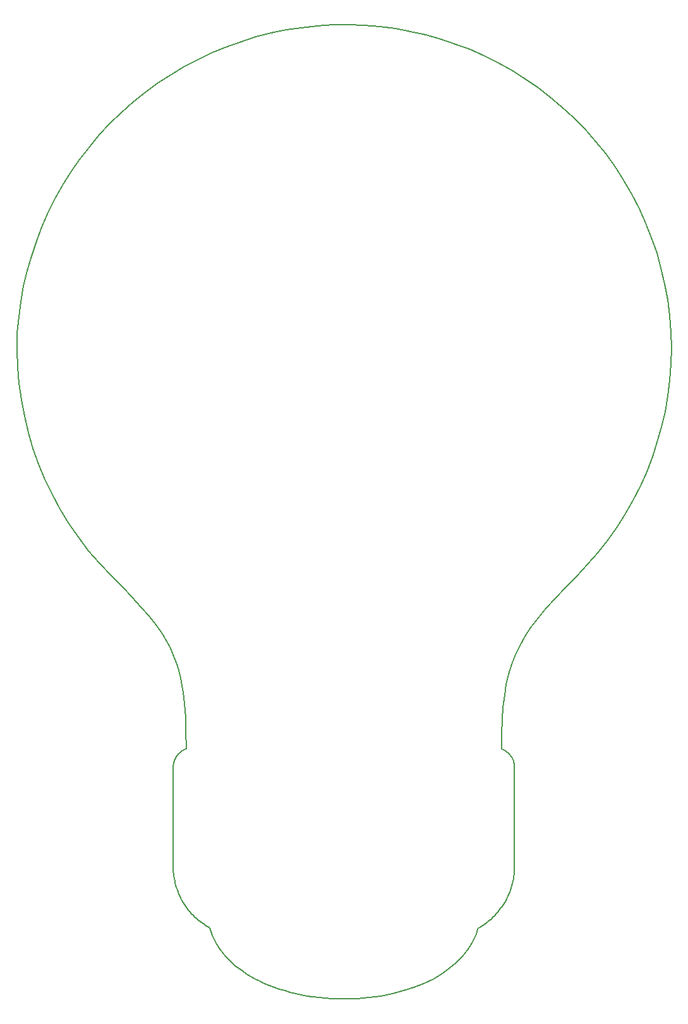
<source format=gbr>
%TF.GenerationSoftware,KiCad,Pcbnew,7.0.8*%
%TF.CreationDate,2023-11-04T18:56:12+01:00*%
%TF.ProjectId,kidslab-lamp,6b696473-6c61-4622-9d6c-616d702e6b69,rev?*%
%TF.SameCoordinates,Original*%
%TF.FileFunction,Profile,NP*%
%FSLAX46Y46*%
G04 Gerber Fmt 4.6, Leading zero omitted, Abs format (unit mm)*
G04 Created by KiCad (PCBNEW 7.0.8) date 2023-11-04 18:56:12*
%MOMM*%
%LPD*%
G01*
G04 APERTURE LIST*
%TA.AperFunction,Profile*%
%ADD10C,0.170000*%
%TD*%
G04 APERTURE END LIST*
%TO.C,REF\u002A\u002A*%
D10*
X152622426Y-38654845D02*
X154715506Y-38829635D01*
X156790776Y-39103178D01*
X158844964Y-39474119D01*
X160874798Y-39941103D01*
X162877007Y-40502774D01*
X164848318Y-41157778D01*
X166785460Y-41904760D01*
X168685160Y-42742364D01*
X170544146Y-43669235D01*
X172359147Y-44684019D01*
X174126890Y-45785360D01*
X175844104Y-46971903D01*
X177507516Y-48242293D01*
X179113855Y-49595175D01*
X180659848Y-51029195D01*
X182186833Y-52579855D01*
X183626957Y-54198313D01*
X184978633Y-55880835D01*
X186240272Y-57623689D01*
X187410285Y-59423141D01*
X188487084Y-61275459D01*
X189469079Y-63176908D01*
X190354683Y-65123756D01*
X191142306Y-67112269D01*
X191830359Y-69138715D01*
X192417256Y-71199360D01*
X192901405Y-73290471D01*
X193281220Y-75408315D01*
X193555110Y-77549158D01*
X193721489Y-79709268D01*
X193778766Y-81884911D01*
X193777236Y-81886259D01*
X193725952Y-84027117D01*
X193568711Y-86153353D01*
X193307008Y-88261376D01*
X192942338Y-90347590D01*
X192476194Y-92408404D01*
X191910070Y-94440222D01*
X191245462Y-96439453D01*
X190483863Y-98402501D01*
X189626767Y-100325775D01*
X188675669Y-102205680D01*
X187632064Y-104038623D01*
X186497445Y-105821011D01*
X185273307Y-107549249D01*
X183961144Y-109219745D01*
X182562450Y-110828905D01*
X181078720Y-112373135D01*
X181078720Y-112373991D01*
X179560888Y-113919474D01*
X178199750Y-115361394D01*
X176987197Y-116719159D01*
X175915118Y-118012173D01*
X174975406Y-119259845D01*
X174159951Y-120481581D01*
X173460645Y-121696786D01*
X172869377Y-122924868D01*
X172378040Y-124185233D01*
X171978523Y-125497288D01*
X171662719Y-126880438D01*
X171422517Y-128354092D01*
X171249809Y-129937654D01*
X171136486Y-131650532D01*
X171074439Y-133512132D01*
X171055559Y-135541861D01*
X171237964Y-135617733D01*
X171412389Y-135706122D01*
X171578379Y-135806393D01*
X171735478Y-135917914D01*
X171883228Y-136040053D01*
X172021174Y-136172176D01*
X172148860Y-136313649D01*
X172265828Y-136463841D01*
X172371624Y-136622118D01*
X172465791Y-136787847D01*
X172547872Y-136960395D01*
X172617411Y-137139129D01*
X172673953Y-137323416D01*
X172717040Y-137512623D01*
X172746216Y-137706117D01*
X172761026Y-137903265D01*
X172761026Y-151336147D01*
X172755049Y-151650858D01*
X172738492Y-151964549D01*
X172711429Y-152276964D01*
X172673930Y-152587847D01*
X172626069Y-152896942D01*
X172567917Y-153203992D01*
X172499546Y-153508742D01*
X172421028Y-153810935D01*
X172332435Y-154110317D01*
X172233839Y-154406630D01*
X172125312Y-154699618D01*
X172006926Y-154989027D01*
X171878754Y-155274599D01*
X171740866Y-155556078D01*
X171593336Y-155833210D01*
X171436234Y-156105737D01*
X171269835Y-156372825D01*
X171094892Y-156633632D01*
X170911594Y-156887974D01*
X170720130Y-157135667D01*
X170520690Y-157376528D01*
X170313461Y-157610374D01*
X170098634Y-157837022D01*
X169876396Y-158056287D01*
X169646937Y-158267988D01*
X169410445Y-158471939D01*
X169167110Y-158667959D01*
X168917121Y-158855864D01*
X168660666Y-159035470D01*
X168397934Y-159206594D01*
X168129114Y-159369052D01*
X167854395Y-159522662D01*
X167713701Y-160029971D01*
X167538122Y-160528360D01*
X167328440Y-161017359D01*
X167085440Y-161496497D01*
X166502615Y-162423302D01*
X165795914Y-163305007D01*
X164971602Y-164137840D01*
X164035948Y-164918033D01*
X162995216Y-165641814D01*
X161855673Y-166305414D01*
X160623585Y-166905063D01*
X159305219Y-167436990D01*
X157906842Y-167897426D01*
X156434719Y-168282600D01*
X154895116Y-168588743D01*
X153294301Y-168812084D01*
X151638540Y-168948853D01*
X149934098Y-168995280D01*
X149076181Y-168983521D01*
X148229641Y-168948563D01*
X147395251Y-168890888D01*
X146573786Y-168810975D01*
X145766018Y-168709306D01*
X144972722Y-168586362D01*
X144194671Y-168442623D01*
X143432639Y-168278569D01*
X142687399Y-168094682D01*
X141959725Y-167891443D01*
X141250391Y-167669331D01*
X140560171Y-167428828D01*
X139889837Y-167170414D01*
X139240165Y-166894571D01*
X138611927Y-166601778D01*
X138005896Y-166292517D01*
X137422848Y-165967268D01*
X136863555Y-165626512D01*
X136328791Y-165270729D01*
X135819330Y-164900401D01*
X135335945Y-164516008D01*
X134879410Y-164118031D01*
X134450499Y-163706950D01*
X134049985Y-163283246D01*
X133678642Y-162847400D01*
X133337244Y-162399893D01*
X133026565Y-161941205D01*
X132747377Y-161471816D01*
X132500455Y-160992209D01*
X132286572Y-160502863D01*
X132106503Y-160004259D01*
X131961019Y-159496878D01*
X131685861Y-159343475D01*
X131416548Y-159181223D01*
X131153275Y-159010304D01*
X130896236Y-158830899D01*
X130645624Y-158643192D01*
X130401635Y-158447362D01*
X130164462Y-158243592D01*
X129934300Y-158032064D01*
X129711342Y-157812960D01*
X129495784Y-157586461D01*
X129287818Y-157352750D01*
X129087640Y-157112008D01*
X128895443Y-156864416D01*
X128711422Y-156610157D01*
X128535771Y-156349413D01*
X128368684Y-156082365D01*
X128210494Y-155809810D01*
X128061900Y-155532631D01*
X127922973Y-155251084D01*
X127793783Y-154965426D01*
X127674401Y-154675914D01*
X127564897Y-154382804D01*
X127465342Y-154086354D01*
X127375806Y-153786821D01*
X127296359Y-153484461D01*
X127227073Y-153179531D01*
X127168018Y-152872289D01*
X127119263Y-152562991D01*
X127080880Y-152251893D01*
X127052940Y-151939254D01*
X127035511Y-151625329D01*
X127028666Y-151310375D01*
X127028666Y-137876300D01*
X127034595Y-137776771D01*
X127044220Y-137678098D01*
X127057482Y-137580361D01*
X127074321Y-137483641D01*
X127094680Y-137388019D01*
X127118499Y-137293574D01*
X127145719Y-137200388D01*
X127176283Y-137108540D01*
X127210130Y-137018111D01*
X127247203Y-136929182D01*
X127287442Y-136841833D01*
X127330790Y-136756144D01*
X127377186Y-136672195D01*
X127426572Y-136590068D01*
X127478891Y-136509843D01*
X127534081Y-136431599D01*
X127592086Y-136355418D01*
X127652846Y-136281381D01*
X127716303Y-136209566D01*
X127782398Y-136140055D01*
X127851071Y-136072929D01*
X127922265Y-136008266D01*
X127995919Y-135946149D01*
X128071977Y-135886658D01*
X128150379Y-135829873D01*
X128231066Y-135775874D01*
X128313979Y-135724741D01*
X128399060Y-135676556D01*
X128486250Y-135631399D01*
X128575490Y-135589349D01*
X128666721Y-135550488D01*
X128759885Y-135514896D01*
X128759885Y-135357934D01*
X128738119Y-133235925D01*
X128668187Y-131303200D01*
X128543132Y-129538736D01*
X128356000Y-127921510D01*
X128236981Y-127161542D01*
X128099835Y-126430500D01*
X127943692Y-125725757D01*
X127767682Y-125044684D01*
X127570937Y-124384653D01*
X127352587Y-123743038D01*
X127111763Y-123117210D01*
X126847595Y-122504540D01*
X126559213Y-121902403D01*
X126245749Y-121308169D01*
X125906333Y-120719210D01*
X125540095Y-120132900D01*
X124723679Y-118957712D01*
X123789545Y-117761583D01*
X122730737Y-116523489D01*
X121540302Y-115222408D01*
X120211283Y-113837318D01*
X118736725Y-112347196D01*
X117174602Y-110699055D01*
X115708147Y-108979762D01*
X114339003Y-107193557D01*
X113068812Y-105344678D01*
X111899216Y-103437362D01*
X110831857Y-101475848D01*
X109868377Y-99464375D01*
X109010419Y-97407181D01*
X108259623Y-95308504D01*
X107617633Y-93172583D01*
X107086091Y-91003655D01*
X106666637Y-88805960D01*
X106360915Y-86583736D01*
X106170567Y-84341221D01*
X106097234Y-82082653D01*
X106142558Y-79812270D01*
X106323161Y-77711278D01*
X106602972Y-75629817D01*
X106980478Y-73571085D01*
X107454169Y-71538281D01*
X108022535Y-69534602D01*
X108684064Y-67563247D01*
X109437245Y-65627414D01*
X110280567Y-63730302D01*
X111212519Y-61875108D01*
X112231589Y-60065031D01*
X113336268Y-58303269D01*
X114525044Y-56593020D01*
X115796406Y-54937482D01*
X117148843Y-53339853D01*
X118580844Y-51803333D01*
X120090897Y-50331118D01*
X121669728Y-48932979D01*
X123306979Y-47617400D01*
X124999350Y-46385652D01*
X126743542Y-45239008D01*
X128536256Y-44178738D01*
X130374191Y-43206115D01*
X132254048Y-42322409D01*
X134172527Y-41528893D01*
X136126329Y-40826838D01*
X138112154Y-40217515D01*
X140126703Y-39702195D01*
X142166675Y-39282152D01*
X144228771Y-38958655D01*
X146309692Y-38732977D01*
X148406138Y-38606389D01*
X150514809Y-38580163D01*
X152622426Y-38654845D01*
%TD*%
M02*

</source>
